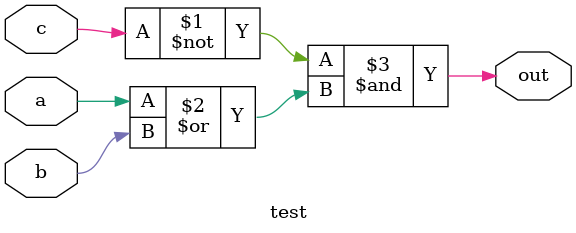
<source format=v>

module test ( 
    a, b, c,
    out  );
  input  a, b, c;
  output out;
  assign out = ~c & (a | b);
endmodule



</source>
